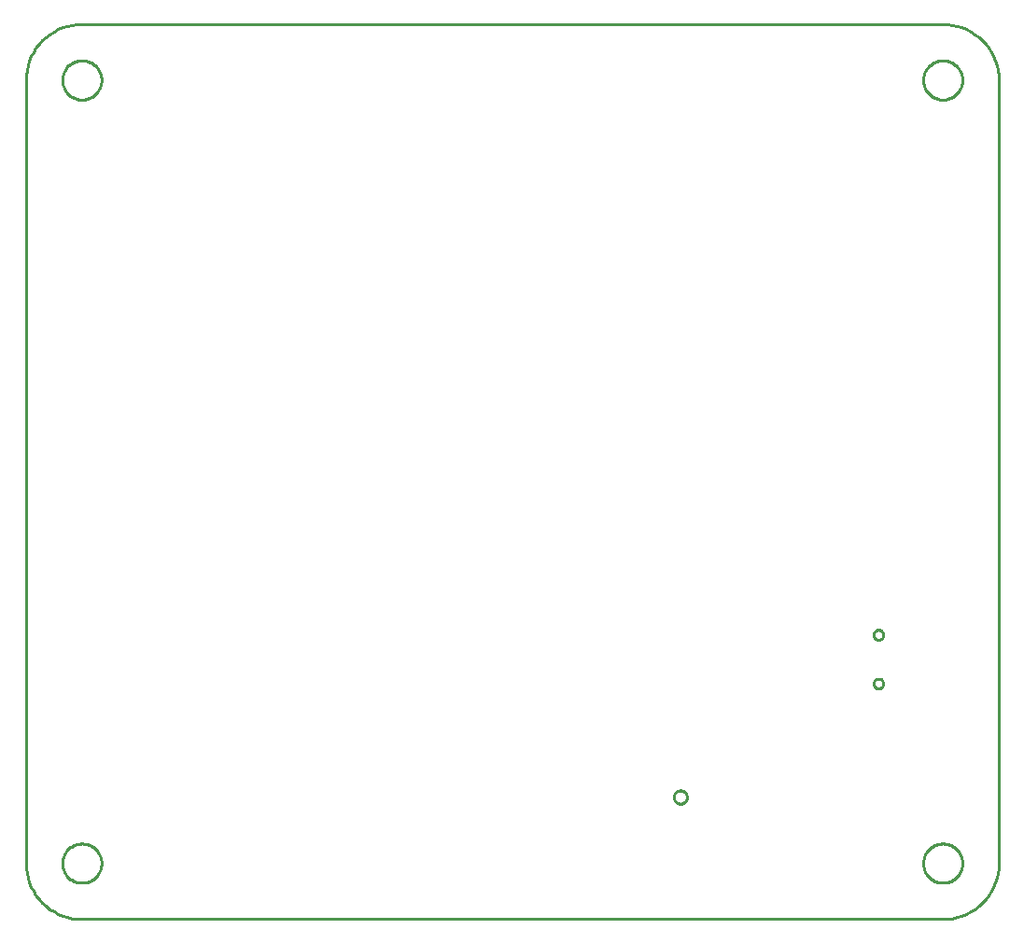
<source format=gbr>
G04 EAGLE Gerber RS-274X export*
G75*
%MOMM*%
%FSLAX34Y34*%
%LPD*%
%IN*%
%IPPOS*%
%AMOC8*
5,1,8,0,0,1.08239X$1,22.5*%
G01*
%ADD10C,0.254000*%


D10*
X0Y50800D02*
X193Y46373D01*
X772Y41979D01*
X1731Y37652D01*
X3064Y33425D01*
X4760Y29331D01*
X6806Y25400D01*
X9187Y21662D01*
X11885Y18146D01*
X14879Y14879D01*
X18146Y11885D01*
X21662Y9187D01*
X25400Y6806D01*
X29331Y4760D01*
X33425Y3064D01*
X37652Y1731D01*
X41979Y772D01*
X46373Y193D01*
X50800Y0D01*
X831700Y0D01*
X836128Y193D01*
X840521Y772D01*
X844848Y1731D01*
X849075Y3064D01*
X853169Y4760D01*
X857100Y6806D01*
X860838Y9187D01*
X864354Y11885D01*
X867621Y14879D01*
X870615Y18146D01*
X873313Y21662D01*
X875694Y25400D01*
X877740Y29331D01*
X879436Y33425D01*
X880769Y37652D01*
X881728Y41979D01*
X882307Y46373D01*
X882500Y50800D01*
X882500Y761700D01*
X882307Y766128D01*
X881728Y770521D01*
X880769Y774848D01*
X879436Y779075D01*
X877740Y783169D01*
X875694Y787100D01*
X873313Y790838D01*
X870615Y794354D01*
X867621Y797621D01*
X864354Y800615D01*
X860838Y803313D01*
X857100Y805694D01*
X853169Y807740D01*
X849075Y809436D01*
X844848Y810769D01*
X840521Y811728D01*
X836128Y812307D01*
X831700Y812500D01*
X50800Y812500D01*
X46373Y812307D01*
X41979Y811728D01*
X37652Y810769D01*
X33425Y809436D01*
X29331Y807740D01*
X25400Y805694D01*
X21662Y803313D01*
X18146Y800615D01*
X14879Y797621D01*
X11885Y794354D01*
X9187Y790838D01*
X6806Y787100D01*
X4760Y783169D01*
X3064Y779075D01*
X1731Y774848D01*
X772Y770521D01*
X193Y766128D01*
X0Y761700D01*
X0Y50800D01*
X599700Y110463D02*
X599625Y109793D01*
X599475Y109136D01*
X599252Y108500D01*
X598960Y107893D01*
X598601Y107323D01*
X598181Y106796D01*
X597704Y106319D01*
X597178Y105899D01*
X596607Y105540D01*
X596000Y105248D01*
X595364Y105025D01*
X594707Y104875D01*
X594037Y104800D01*
X593363Y104800D01*
X592693Y104875D01*
X592036Y105025D01*
X591400Y105248D01*
X590793Y105540D01*
X590223Y105899D01*
X589696Y106319D01*
X589219Y106796D01*
X588799Y107323D01*
X588440Y107893D01*
X588148Y108500D01*
X587925Y109136D01*
X587775Y109793D01*
X587700Y110463D01*
X587700Y111137D01*
X587775Y111807D01*
X587925Y112464D01*
X588148Y113100D01*
X588440Y113707D01*
X588799Y114278D01*
X589219Y114804D01*
X589696Y115281D01*
X590223Y115701D01*
X590793Y116060D01*
X591400Y116352D01*
X592036Y116575D01*
X592693Y116725D01*
X593363Y116800D01*
X594037Y116800D01*
X594707Y116725D01*
X595364Y116575D01*
X596000Y116352D01*
X596607Y116060D01*
X597178Y115701D01*
X597704Y115281D01*
X598181Y114804D01*
X598601Y114278D01*
X598960Y113707D01*
X599252Y113100D01*
X599475Y112464D01*
X599625Y111807D01*
X599700Y111137D01*
X599700Y110463D01*
X773631Y218302D02*
X774216Y218225D01*
X774786Y218072D01*
X775331Y217847D01*
X775841Y217552D01*
X776309Y217193D01*
X776727Y216775D01*
X777086Y216307D01*
X777381Y215797D01*
X777606Y215252D01*
X777759Y214682D01*
X777836Y214097D01*
X777836Y213507D01*
X777759Y212922D01*
X777606Y212352D01*
X777381Y211807D01*
X777086Y211297D01*
X776727Y210829D01*
X776309Y210411D01*
X775841Y210052D01*
X775331Y209757D01*
X774786Y209532D01*
X774216Y209379D01*
X773631Y209302D01*
X773041Y209302D01*
X772456Y209379D01*
X771886Y209532D01*
X771341Y209757D01*
X770831Y210052D01*
X770363Y210411D01*
X769945Y210829D01*
X769586Y211297D01*
X769291Y211807D01*
X769066Y212352D01*
X768913Y212922D01*
X768836Y213507D01*
X768836Y214097D01*
X768913Y214682D01*
X769066Y215252D01*
X769291Y215797D01*
X769586Y216307D01*
X769945Y216775D01*
X770363Y217193D01*
X770831Y217552D01*
X771341Y217847D01*
X771886Y218072D01*
X772456Y218225D01*
X773041Y218302D01*
X773631Y218302D01*
X773631Y262498D02*
X774216Y262421D01*
X774786Y262268D01*
X775331Y262043D01*
X775841Y261748D01*
X776309Y261389D01*
X776727Y260971D01*
X777086Y260503D01*
X777381Y259993D01*
X777606Y259448D01*
X777759Y258878D01*
X777836Y258293D01*
X777836Y257703D01*
X777759Y257118D01*
X777606Y256548D01*
X777381Y256003D01*
X777086Y255493D01*
X776727Y255025D01*
X776309Y254607D01*
X775841Y254248D01*
X775331Y253953D01*
X774786Y253728D01*
X774216Y253575D01*
X773631Y253498D01*
X773041Y253498D01*
X772456Y253575D01*
X771886Y253728D01*
X771341Y253953D01*
X770831Y254248D01*
X770363Y254607D01*
X769945Y255025D01*
X769586Y255493D01*
X769291Y256003D01*
X769066Y256548D01*
X768913Y257118D01*
X768836Y257703D01*
X768836Y258293D01*
X768913Y258878D01*
X769066Y259448D01*
X769291Y259993D01*
X769586Y260503D01*
X769945Y260971D01*
X770363Y261389D01*
X770831Y261748D01*
X771341Y262043D01*
X771886Y262268D01*
X772456Y262421D01*
X773041Y262498D01*
X773631Y262498D01*
X849480Y761118D02*
X849404Y759956D01*
X849252Y758802D01*
X849025Y757660D01*
X848724Y756536D01*
X848349Y755434D01*
X847904Y754358D01*
X847389Y753314D01*
X846807Y752306D01*
X846160Y751338D01*
X845452Y750414D01*
X844684Y749539D01*
X843861Y748716D01*
X842986Y747949D01*
X842062Y747240D01*
X841094Y746593D01*
X840086Y746011D01*
X839042Y745496D01*
X837966Y745051D01*
X836864Y744677D01*
X835740Y744375D01*
X834598Y744148D01*
X833444Y743996D01*
X832282Y743920D01*
X831118Y743920D01*
X829956Y743996D01*
X828802Y744148D01*
X827660Y744375D01*
X826536Y744677D01*
X825434Y745051D01*
X824358Y745496D01*
X823314Y746011D01*
X822306Y746593D01*
X821338Y747240D01*
X820414Y747949D01*
X819539Y748716D01*
X818716Y749539D01*
X817949Y750414D01*
X817240Y751338D01*
X816593Y752306D01*
X816011Y753314D01*
X815496Y754358D01*
X815051Y755434D01*
X814677Y756536D01*
X814375Y757660D01*
X814148Y758802D01*
X813996Y759956D01*
X813920Y761118D01*
X813920Y762282D01*
X813996Y763444D01*
X814148Y764598D01*
X814375Y765740D01*
X814677Y766864D01*
X815051Y767966D01*
X815496Y769042D01*
X816011Y770086D01*
X816593Y771094D01*
X817240Y772062D01*
X817949Y772986D01*
X818716Y773861D01*
X819539Y774684D01*
X820414Y775452D01*
X821338Y776160D01*
X822306Y776807D01*
X823314Y777389D01*
X824358Y777904D01*
X825434Y778349D01*
X826536Y778724D01*
X827660Y779025D01*
X828802Y779252D01*
X829956Y779404D01*
X831118Y779480D01*
X832282Y779480D01*
X833444Y779404D01*
X834598Y779252D01*
X835740Y779025D01*
X836864Y778724D01*
X837966Y778349D01*
X839042Y777904D01*
X840086Y777389D01*
X841094Y776807D01*
X842062Y776160D01*
X842986Y775452D01*
X843861Y774684D01*
X844684Y773861D01*
X845452Y772986D01*
X846160Y772062D01*
X846807Y771094D01*
X847389Y770086D01*
X847904Y769042D01*
X848349Y767966D01*
X848724Y766864D01*
X849025Y765740D01*
X849252Y764598D01*
X849404Y763444D01*
X849480Y762282D01*
X849480Y761118D01*
X68580Y761118D02*
X68504Y759956D01*
X68352Y758802D01*
X68125Y757660D01*
X67824Y756536D01*
X67449Y755434D01*
X67004Y754358D01*
X66489Y753314D01*
X65907Y752306D01*
X65260Y751338D01*
X64552Y750414D01*
X63784Y749539D01*
X62961Y748716D01*
X62086Y747949D01*
X61162Y747240D01*
X60194Y746593D01*
X59186Y746011D01*
X58142Y745496D01*
X57066Y745051D01*
X55964Y744677D01*
X54840Y744375D01*
X53698Y744148D01*
X52544Y743996D01*
X51382Y743920D01*
X50218Y743920D01*
X49056Y743996D01*
X47902Y744148D01*
X46760Y744375D01*
X45636Y744677D01*
X44534Y745051D01*
X43458Y745496D01*
X42414Y746011D01*
X41406Y746593D01*
X40438Y747240D01*
X39514Y747949D01*
X38639Y748716D01*
X37816Y749539D01*
X37049Y750414D01*
X36340Y751338D01*
X35693Y752306D01*
X35111Y753314D01*
X34596Y754358D01*
X34151Y755434D01*
X33777Y756536D01*
X33475Y757660D01*
X33248Y758802D01*
X33096Y759956D01*
X33020Y761118D01*
X33020Y762282D01*
X33096Y763444D01*
X33248Y764598D01*
X33475Y765740D01*
X33777Y766864D01*
X34151Y767966D01*
X34596Y769042D01*
X35111Y770086D01*
X35693Y771094D01*
X36340Y772062D01*
X37049Y772986D01*
X37816Y773861D01*
X38639Y774684D01*
X39514Y775452D01*
X40438Y776160D01*
X41406Y776807D01*
X42414Y777389D01*
X43458Y777904D01*
X44534Y778349D01*
X45636Y778724D01*
X46760Y779025D01*
X47902Y779252D01*
X49056Y779404D01*
X50218Y779480D01*
X51382Y779480D01*
X52544Y779404D01*
X53698Y779252D01*
X54840Y779025D01*
X55964Y778724D01*
X57066Y778349D01*
X58142Y777904D01*
X59186Y777389D01*
X60194Y776807D01*
X61162Y776160D01*
X62086Y775452D01*
X62961Y774684D01*
X63784Y773861D01*
X64552Y772986D01*
X65260Y772062D01*
X65907Y771094D01*
X66489Y770086D01*
X67004Y769042D01*
X67449Y767966D01*
X67824Y766864D01*
X68125Y765740D01*
X68352Y764598D01*
X68504Y763444D01*
X68580Y762282D01*
X68580Y761118D01*
X68580Y50218D02*
X68504Y49056D01*
X68352Y47902D01*
X68125Y46760D01*
X67824Y45636D01*
X67449Y44534D01*
X67004Y43458D01*
X66489Y42414D01*
X65907Y41406D01*
X65260Y40438D01*
X64552Y39514D01*
X63784Y38639D01*
X62961Y37816D01*
X62086Y37049D01*
X61162Y36340D01*
X60194Y35693D01*
X59186Y35111D01*
X58142Y34596D01*
X57066Y34151D01*
X55964Y33777D01*
X54840Y33475D01*
X53698Y33248D01*
X52544Y33096D01*
X51382Y33020D01*
X50218Y33020D01*
X49056Y33096D01*
X47902Y33248D01*
X46760Y33475D01*
X45636Y33777D01*
X44534Y34151D01*
X43458Y34596D01*
X42414Y35111D01*
X41406Y35693D01*
X40438Y36340D01*
X39514Y37049D01*
X38639Y37816D01*
X37816Y38639D01*
X37049Y39514D01*
X36340Y40438D01*
X35693Y41406D01*
X35111Y42414D01*
X34596Y43458D01*
X34151Y44534D01*
X33777Y45636D01*
X33475Y46760D01*
X33248Y47902D01*
X33096Y49056D01*
X33020Y50218D01*
X33020Y51382D01*
X33096Y52544D01*
X33248Y53698D01*
X33475Y54840D01*
X33777Y55964D01*
X34151Y57066D01*
X34596Y58142D01*
X35111Y59186D01*
X35693Y60194D01*
X36340Y61162D01*
X37049Y62086D01*
X37816Y62961D01*
X38639Y63784D01*
X39514Y64552D01*
X40438Y65260D01*
X41406Y65907D01*
X42414Y66489D01*
X43458Y67004D01*
X44534Y67449D01*
X45636Y67824D01*
X46760Y68125D01*
X47902Y68352D01*
X49056Y68504D01*
X50218Y68580D01*
X51382Y68580D01*
X52544Y68504D01*
X53698Y68352D01*
X54840Y68125D01*
X55964Y67824D01*
X57066Y67449D01*
X58142Y67004D01*
X59186Y66489D01*
X60194Y65907D01*
X61162Y65260D01*
X62086Y64552D01*
X62961Y63784D01*
X63784Y62961D01*
X64552Y62086D01*
X65260Y61162D01*
X65907Y60194D01*
X66489Y59186D01*
X67004Y58142D01*
X67449Y57066D01*
X67824Y55964D01*
X68125Y54840D01*
X68352Y53698D01*
X68504Y52544D01*
X68580Y51382D01*
X68580Y50218D01*
X849480Y50218D02*
X849404Y49056D01*
X849252Y47902D01*
X849025Y46760D01*
X848724Y45636D01*
X848349Y44534D01*
X847904Y43458D01*
X847389Y42414D01*
X846807Y41406D01*
X846160Y40438D01*
X845452Y39514D01*
X844684Y38639D01*
X843861Y37816D01*
X842986Y37049D01*
X842062Y36340D01*
X841094Y35693D01*
X840086Y35111D01*
X839042Y34596D01*
X837966Y34151D01*
X836864Y33777D01*
X835740Y33475D01*
X834598Y33248D01*
X833444Y33096D01*
X832282Y33020D01*
X831118Y33020D01*
X829956Y33096D01*
X828802Y33248D01*
X827660Y33475D01*
X826536Y33777D01*
X825434Y34151D01*
X824358Y34596D01*
X823314Y35111D01*
X822306Y35693D01*
X821338Y36340D01*
X820414Y37049D01*
X819539Y37816D01*
X818716Y38639D01*
X817949Y39514D01*
X817240Y40438D01*
X816593Y41406D01*
X816011Y42414D01*
X815496Y43458D01*
X815051Y44534D01*
X814677Y45636D01*
X814375Y46760D01*
X814148Y47902D01*
X813996Y49056D01*
X813920Y50218D01*
X813920Y51382D01*
X813996Y52544D01*
X814148Y53698D01*
X814375Y54840D01*
X814677Y55964D01*
X815051Y57066D01*
X815496Y58142D01*
X816011Y59186D01*
X816593Y60194D01*
X817240Y61162D01*
X817949Y62086D01*
X818716Y62961D01*
X819539Y63784D01*
X820414Y64552D01*
X821338Y65260D01*
X822306Y65907D01*
X823314Y66489D01*
X824358Y67004D01*
X825434Y67449D01*
X826536Y67824D01*
X827660Y68125D01*
X828802Y68352D01*
X829956Y68504D01*
X831118Y68580D01*
X832282Y68580D01*
X833444Y68504D01*
X834598Y68352D01*
X835740Y68125D01*
X836864Y67824D01*
X837966Y67449D01*
X839042Y67004D01*
X840086Y66489D01*
X841094Y65907D01*
X842062Y65260D01*
X842986Y64552D01*
X843861Y63784D01*
X844684Y62961D01*
X845452Y62086D01*
X846160Y61162D01*
X846807Y60194D01*
X847389Y59186D01*
X847904Y58142D01*
X848349Y57066D01*
X848724Y55964D01*
X849025Y54840D01*
X849252Y53698D01*
X849404Y52544D01*
X849480Y51382D01*
X849480Y50218D01*
M02*

</source>
